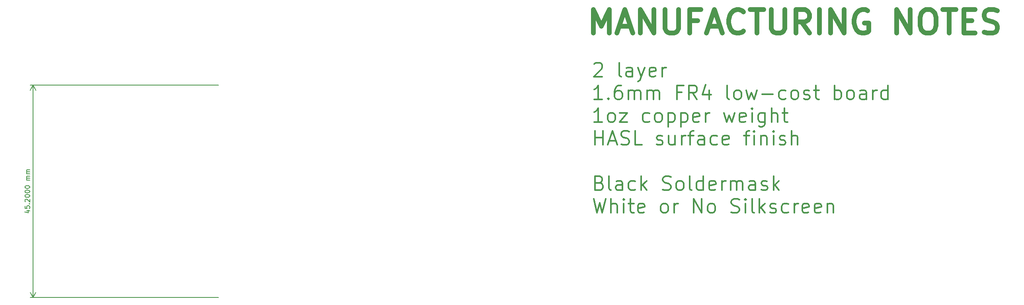
<source format=gbr>
%TF.GenerationSoftware,KiCad,Pcbnew,7.0.6*%
%TF.CreationDate,2023-08-09T16:46:27+09:30*%
%TF.ProjectId,interior-lighting,696e7465-7269-46f7-922d-6c6967687469,V1.0*%
%TF.SameCoordinates,Original*%
%TF.FileFunction,Other,Comment*%
%FSLAX46Y46*%
G04 Gerber Fmt 4.6, Leading zero omitted, Abs format (unit mm)*
G04 Created by KiCad (PCBNEW 7.0.6) date 2023-08-09 16:46:27*
%MOMM*%
%LPD*%
G01*
G04 APERTURE LIST*
%ADD10C,0.375000*%
%ADD11C,1.000000*%
%ADD12C,0.150000*%
G04 APERTURE END LIST*
D10*
X179418138Y-72919071D02*
X179560995Y-72776214D01*
X179560995Y-72776214D02*
X179846710Y-72633357D01*
X179846710Y-72633357D02*
X180560995Y-72633357D01*
X180560995Y-72633357D02*
X180846710Y-72776214D01*
X180846710Y-72776214D02*
X180989567Y-72919071D01*
X180989567Y-72919071D02*
X181132424Y-73204785D01*
X181132424Y-73204785D02*
X181132424Y-73490500D01*
X181132424Y-73490500D02*
X180989567Y-73919071D01*
X180989567Y-73919071D02*
X179275281Y-75633357D01*
X179275281Y-75633357D02*
X181132424Y-75633357D01*
X185132424Y-75633357D02*
X184846709Y-75490500D01*
X184846709Y-75490500D02*
X184703852Y-75204785D01*
X184703852Y-75204785D02*
X184703852Y-72633357D01*
X187560996Y-75633357D02*
X187560996Y-74061928D01*
X187560996Y-74061928D02*
X187418138Y-73776214D01*
X187418138Y-73776214D02*
X187132424Y-73633357D01*
X187132424Y-73633357D02*
X186560996Y-73633357D01*
X186560996Y-73633357D02*
X186275281Y-73776214D01*
X187560996Y-75490500D02*
X187275281Y-75633357D01*
X187275281Y-75633357D02*
X186560996Y-75633357D01*
X186560996Y-75633357D02*
X186275281Y-75490500D01*
X186275281Y-75490500D02*
X186132424Y-75204785D01*
X186132424Y-75204785D02*
X186132424Y-74919071D01*
X186132424Y-74919071D02*
X186275281Y-74633357D01*
X186275281Y-74633357D02*
X186560996Y-74490500D01*
X186560996Y-74490500D02*
X187275281Y-74490500D01*
X187275281Y-74490500D02*
X187560996Y-74347642D01*
X188703853Y-73633357D02*
X189418139Y-75633357D01*
X190132424Y-73633357D02*
X189418139Y-75633357D01*
X189418139Y-75633357D02*
X189132424Y-76347642D01*
X189132424Y-76347642D02*
X188989567Y-76490500D01*
X188989567Y-76490500D02*
X188703853Y-76633357D01*
X192418138Y-75490500D02*
X192132424Y-75633357D01*
X192132424Y-75633357D02*
X191560996Y-75633357D01*
X191560996Y-75633357D02*
X191275281Y-75490500D01*
X191275281Y-75490500D02*
X191132424Y-75204785D01*
X191132424Y-75204785D02*
X191132424Y-74061928D01*
X191132424Y-74061928D02*
X191275281Y-73776214D01*
X191275281Y-73776214D02*
X191560996Y-73633357D01*
X191560996Y-73633357D02*
X192132424Y-73633357D01*
X192132424Y-73633357D02*
X192418138Y-73776214D01*
X192418138Y-73776214D02*
X192560996Y-74061928D01*
X192560996Y-74061928D02*
X192560996Y-74347642D01*
X192560996Y-74347642D02*
X191132424Y-74633357D01*
X193846710Y-75633357D02*
X193846710Y-73633357D01*
X193846710Y-74204785D02*
X193989567Y-73919071D01*
X193989567Y-73919071D02*
X194132425Y-73776214D01*
X194132425Y-73776214D02*
X194418139Y-73633357D01*
X194418139Y-73633357D02*
X194703853Y-73633357D01*
X181132424Y-80463357D02*
X179418138Y-80463357D01*
X180275281Y-80463357D02*
X180275281Y-77463357D01*
X180275281Y-77463357D02*
X179989567Y-77891928D01*
X179989567Y-77891928D02*
X179703852Y-78177642D01*
X179703852Y-78177642D02*
X179418138Y-78320500D01*
X182418138Y-80177642D02*
X182560995Y-80320500D01*
X182560995Y-80320500D02*
X182418138Y-80463357D01*
X182418138Y-80463357D02*
X182275281Y-80320500D01*
X182275281Y-80320500D02*
X182418138Y-80177642D01*
X182418138Y-80177642D02*
X182418138Y-80463357D01*
X185132424Y-77463357D02*
X184560995Y-77463357D01*
X184560995Y-77463357D02*
X184275281Y-77606214D01*
X184275281Y-77606214D02*
X184132424Y-77749071D01*
X184132424Y-77749071D02*
X183846709Y-78177642D01*
X183846709Y-78177642D02*
X183703852Y-78749071D01*
X183703852Y-78749071D02*
X183703852Y-79891928D01*
X183703852Y-79891928D02*
X183846709Y-80177642D01*
X183846709Y-80177642D02*
X183989566Y-80320500D01*
X183989566Y-80320500D02*
X184275281Y-80463357D01*
X184275281Y-80463357D02*
X184846709Y-80463357D01*
X184846709Y-80463357D02*
X185132424Y-80320500D01*
X185132424Y-80320500D02*
X185275281Y-80177642D01*
X185275281Y-80177642D02*
X185418138Y-79891928D01*
X185418138Y-79891928D02*
X185418138Y-79177642D01*
X185418138Y-79177642D02*
X185275281Y-78891928D01*
X185275281Y-78891928D02*
X185132424Y-78749071D01*
X185132424Y-78749071D02*
X184846709Y-78606214D01*
X184846709Y-78606214D02*
X184275281Y-78606214D01*
X184275281Y-78606214D02*
X183989566Y-78749071D01*
X183989566Y-78749071D02*
X183846709Y-78891928D01*
X183846709Y-78891928D02*
X183703852Y-79177642D01*
X186703852Y-80463357D02*
X186703852Y-78463357D01*
X186703852Y-78749071D02*
X186846709Y-78606214D01*
X186846709Y-78606214D02*
X187132424Y-78463357D01*
X187132424Y-78463357D02*
X187560995Y-78463357D01*
X187560995Y-78463357D02*
X187846709Y-78606214D01*
X187846709Y-78606214D02*
X187989567Y-78891928D01*
X187989567Y-78891928D02*
X187989567Y-80463357D01*
X187989567Y-78891928D02*
X188132424Y-78606214D01*
X188132424Y-78606214D02*
X188418138Y-78463357D01*
X188418138Y-78463357D02*
X188846709Y-78463357D01*
X188846709Y-78463357D02*
X189132424Y-78606214D01*
X189132424Y-78606214D02*
X189275281Y-78891928D01*
X189275281Y-78891928D02*
X189275281Y-80463357D01*
X190703852Y-80463357D02*
X190703852Y-78463357D01*
X190703852Y-78749071D02*
X190846709Y-78606214D01*
X190846709Y-78606214D02*
X191132424Y-78463357D01*
X191132424Y-78463357D02*
X191560995Y-78463357D01*
X191560995Y-78463357D02*
X191846709Y-78606214D01*
X191846709Y-78606214D02*
X191989567Y-78891928D01*
X191989567Y-78891928D02*
X191989567Y-80463357D01*
X191989567Y-78891928D02*
X192132424Y-78606214D01*
X192132424Y-78606214D02*
X192418138Y-78463357D01*
X192418138Y-78463357D02*
X192846709Y-78463357D01*
X192846709Y-78463357D02*
X193132424Y-78606214D01*
X193132424Y-78606214D02*
X193275281Y-78891928D01*
X193275281Y-78891928D02*
X193275281Y-80463357D01*
X197989566Y-78891928D02*
X196989566Y-78891928D01*
X196989566Y-80463357D02*
X196989566Y-77463357D01*
X196989566Y-77463357D02*
X198418138Y-77463357D01*
X201275281Y-80463357D02*
X200275281Y-79034785D01*
X199560995Y-80463357D02*
X199560995Y-77463357D01*
X199560995Y-77463357D02*
X200703852Y-77463357D01*
X200703852Y-77463357D02*
X200989567Y-77606214D01*
X200989567Y-77606214D02*
X201132424Y-77749071D01*
X201132424Y-77749071D02*
X201275281Y-78034785D01*
X201275281Y-78034785D02*
X201275281Y-78463357D01*
X201275281Y-78463357D02*
X201132424Y-78749071D01*
X201132424Y-78749071D02*
X200989567Y-78891928D01*
X200989567Y-78891928D02*
X200703852Y-79034785D01*
X200703852Y-79034785D02*
X199560995Y-79034785D01*
X203846710Y-78463357D02*
X203846710Y-80463357D01*
X203132424Y-77320500D02*
X202418138Y-79463357D01*
X202418138Y-79463357D02*
X204275281Y-79463357D01*
X208132424Y-80463357D02*
X207846709Y-80320500D01*
X207846709Y-80320500D02*
X207703852Y-80034785D01*
X207703852Y-80034785D02*
X207703852Y-77463357D01*
X209703853Y-80463357D02*
X209418138Y-80320500D01*
X209418138Y-80320500D02*
X209275281Y-80177642D01*
X209275281Y-80177642D02*
X209132424Y-79891928D01*
X209132424Y-79891928D02*
X209132424Y-79034785D01*
X209132424Y-79034785D02*
X209275281Y-78749071D01*
X209275281Y-78749071D02*
X209418138Y-78606214D01*
X209418138Y-78606214D02*
X209703853Y-78463357D01*
X209703853Y-78463357D02*
X210132424Y-78463357D01*
X210132424Y-78463357D02*
X210418138Y-78606214D01*
X210418138Y-78606214D02*
X210560996Y-78749071D01*
X210560996Y-78749071D02*
X210703853Y-79034785D01*
X210703853Y-79034785D02*
X210703853Y-79891928D01*
X210703853Y-79891928D02*
X210560996Y-80177642D01*
X210560996Y-80177642D02*
X210418138Y-80320500D01*
X210418138Y-80320500D02*
X210132424Y-80463357D01*
X210132424Y-80463357D02*
X209703853Y-80463357D01*
X211703853Y-78463357D02*
X212275282Y-80463357D01*
X212275282Y-80463357D02*
X212846710Y-79034785D01*
X212846710Y-79034785D02*
X213418139Y-80463357D01*
X213418139Y-80463357D02*
X213989567Y-78463357D01*
X215132424Y-79320500D02*
X217418139Y-79320500D01*
X220132425Y-80320500D02*
X219846710Y-80463357D01*
X219846710Y-80463357D02*
X219275282Y-80463357D01*
X219275282Y-80463357D02*
X218989567Y-80320500D01*
X218989567Y-80320500D02*
X218846710Y-80177642D01*
X218846710Y-80177642D02*
X218703853Y-79891928D01*
X218703853Y-79891928D02*
X218703853Y-79034785D01*
X218703853Y-79034785D02*
X218846710Y-78749071D01*
X218846710Y-78749071D02*
X218989567Y-78606214D01*
X218989567Y-78606214D02*
X219275282Y-78463357D01*
X219275282Y-78463357D02*
X219846710Y-78463357D01*
X219846710Y-78463357D02*
X220132425Y-78606214D01*
X221846711Y-80463357D02*
X221560996Y-80320500D01*
X221560996Y-80320500D02*
X221418139Y-80177642D01*
X221418139Y-80177642D02*
X221275282Y-79891928D01*
X221275282Y-79891928D02*
X221275282Y-79034785D01*
X221275282Y-79034785D02*
X221418139Y-78749071D01*
X221418139Y-78749071D02*
X221560996Y-78606214D01*
X221560996Y-78606214D02*
X221846711Y-78463357D01*
X221846711Y-78463357D02*
X222275282Y-78463357D01*
X222275282Y-78463357D02*
X222560996Y-78606214D01*
X222560996Y-78606214D02*
X222703854Y-78749071D01*
X222703854Y-78749071D02*
X222846711Y-79034785D01*
X222846711Y-79034785D02*
X222846711Y-79891928D01*
X222846711Y-79891928D02*
X222703854Y-80177642D01*
X222703854Y-80177642D02*
X222560996Y-80320500D01*
X222560996Y-80320500D02*
X222275282Y-80463357D01*
X222275282Y-80463357D02*
X221846711Y-80463357D01*
X223989568Y-80320500D02*
X224275282Y-80463357D01*
X224275282Y-80463357D02*
X224846711Y-80463357D01*
X224846711Y-80463357D02*
X225132425Y-80320500D01*
X225132425Y-80320500D02*
X225275282Y-80034785D01*
X225275282Y-80034785D02*
X225275282Y-79891928D01*
X225275282Y-79891928D02*
X225132425Y-79606214D01*
X225132425Y-79606214D02*
X224846711Y-79463357D01*
X224846711Y-79463357D02*
X224418140Y-79463357D01*
X224418140Y-79463357D02*
X224132425Y-79320500D01*
X224132425Y-79320500D02*
X223989568Y-79034785D01*
X223989568Y-79034785D02*
X223989568Y-78891928D01*
X223989568Y-78891928D02*
X224132425Y-78606214D01*
X224132425Y-78606214D02*
X224418140Y-78463357D01*
X224418140Y-78463357D02*
X224846711Y-78463357D01*
X224846711Y-78463357D02*
X225132425Y-78606214D01*
X226132425Y-78463357D02*
X227275282Y-78463357D01*
X226560996Y-77463357D02*
X226560996Y-80034785D01*
X226560996Y-80034785D02*
X226703853Y-80320500D01*
X226703853Y-80320500D02*
X226989568Y-80463357D01*
X226989568Y-80463357D02*
X227275282Y-80463357D01*
X230560996Y-80463357D02*
X230560996Y-77463357D01*
X230560996Y-78606214D02*
X230846711Y-78463357D01*
X230846711Y-78463357D02*
X231418139Y-78463357D01*
X231418139Y-78463357D02*
X231703853Y-78606214D01*
X231703853Y-78606214D02*
X231846711Y-78749071D01*
X231846711Y-78749071D02*
X231989568Y-79034785D01*
X231989568Y-79034785D02*
X231989568Y-79891928D01*
X231989568Y-79891928D02*
X231846711Y-80177642D01*
X231846711Y-80177642D02*
X231703853Y-80320500D01*
X231703853Y-80320500D02*
X231418139Y-80463357D01*
X231418139Y-80463357D02*
X230846711Y-80463357D01*
X230846711Y-80463357D02*
X230560996Y-80320500D01*
X233703854Y-80463357D02*
X233418139Y-80320500D01*
X233418139Y-80320500D02*
X233275282Y-80177642D01*
X233275282Y-80177642D02*
X233132425Y-79891928D01*
X233132425Y-79891928D02*
X233132425Y-79034785D01*
X233132425Y-79034785D02*
X233275282Y-78749071D01*
X233275282Y-78749071D02*
X233418139Y-78606214D01*
X233418139Y-78606214D02*
X233703854Y-78463357D01*
X233703854Y-78463357D02*
X234132425Y-78463357D01*
X234132425Y-78463357D02*
X234418139Y-78606214D01*
X234418139Y-78606214D02*
X234560997Y-78749071D01*
X234560997Y-78749071D02*
X234703854Y-79034785D01*
X234703854Y-79034785D02*
X234703854Y-79891928D01*
X234703854Y-79891928D02*
X234560997Y-80177642D01*
X234560997Y-80177642D02*
X234418139Y-80320500D01*
X234418139Y-80320500D02*
X234132425Y-80463357D01*
X234132425Y-80463357D02*
X233703854Y-80463357D01*
X237275283Y-80463357D02*
X237275283Y-78891928D01*
X237275283Y-78891928D02*
X237132425Y-78606214D01*
X237132425Y-78606214D02*
X236846711Y-78463357D01*
X236846711Y-78463357D02*
X236275283Y-78463357D01*
X236275283Y-78463357D02*
X235989568Y-78606214D01*
X237275283Y-80320500D02*
X236989568Y-80463357D01*
X236989568Y-80463357D02*
X236275283Y-80463357D01*
X236275283Y-80463357D02*
X235989568Y-80320500D01*
X235989568Y-80320500D02*
X235846711Y-80034785D01*
X235846711Y-80034785D02*
X235846711Y-79749071D01*
X235846711Y-79749071D02*
X235989568Y-79463357D01*
X235989568Y-79463357D02*
X236275283Y-79320500D01*
X236275283Y-79320500D02*
X236989568Y-79320500D01*
X236989568Y-79320500D02*
X237275283Y-79177642D01*
X238703854Y-80463357D02*
X238703854Y-78463357D01*
X238703854Y-79034785D02*
X238846711Y-78749071D01*
X238846711Y-78749071D02*
X238989569Y-78606214D01*
X238989569Y-78606214D02*
X239275283Y-78463357D01*
X239275283Y-78463357D02*
X239560997Y-78463357D01*
X241846712Y-80463357D02*
X241846712Y-77463357D01*
X241846712Y-80320500D02*
X241560997Y-80463357D01*
X241560997Y-80463357D02*
X240989569Y-80463357D01*
X240989569Y-80463357D02*
X240703854Y-80320500D01*
X240703854Y-80320500D02*
X240560997Y-80177642D01*
X240560997Y-80177642D02*
X240418140Y-79891928D01*
X240418140Y-79891928D02*
X240418140Y-79034785D01*
X240418140Y-79034785D02*
X240560997Y-78749071D01*
X240560997Y-78749071D02*
X240703854Y-78606214D01*
X240703854Y-78606214D02*
X240989569Y-78463357D01*
X240989569Y-78463357D02*
X241560997Y-78463357D01*
X241560997Y-78463357D02*
X241846712Y-78606214D01*
X181132424Y-85293357D02*
X179418138Y-85293357D01*
X180275281Y-85293357D02*
X180275281Y-82293357D01*
X180275281Y-82293357D02*
X179989567Y-82721928D01*
X179989567Y-82721928D02*
X179703852Y-83007642D01*
X179703852Y-83007642D02*
X179418138Y-83150500D01*
X182846710Y-85293357D02*
X182560995Y-85150500D01*
X182560995Y-85150500D02*
X182418138Y-85007642D01*
X182418138Y-85007642D02*
X182275281Y-84721928D01*
X182275281Y-84721928D02*
X182275281Y-83864785D01*
X182275281Y-83864785D02*
X182418138Y-83579071D01*
X182418138Y-83579071D02*
X182560995Y-83436214D01*
X182560995Y-83436214D02*
X182846710Y-83293357D01*
X182846710Y-83293357D02*
X183275281Y-83293357D01*
X183275281Y-83293357D02*
X183560995Y-83436214D01*
X183560995Y-83436214D02*
X183703853Y-83579071D01*
X183703853Y-83579071D02*
X183846710Y-83864785D01*
X183846710Y-83864785D02*
X183846710Y-84721928D01*
X183846710Y-84721928D02*
X183703853Y-85007642D01*
X183703853Y-85007642D02*
X183560995Y-85150500D01*
X183560995Y-85150500D02*
X183275281Y-85293357D01*
X183275281Y-85293357D02*
X182846710Y-85293357D01*
X184846710Y-83293357D02*
X186418139Y-83293357D01*
X186418139Y-83293357D02*
X184846710Y-85293357D01*
X184846710Y-85293357D02*
X186418139Y-85293357D01*
X191132424Y-85150500D02*
X190846709Y-85293357D01*
X190846709Y-85293357D02*
X190275281Y-85293357D01*
X190275281Y-85293357D02*
X189989566Y-85150500D01*
X189989566Y-85150500D02*
X189846709Y-85007642D01*
X189846709Y-85007642D02*
X189703852Y-84721928D01*
X189703852Y-84721928D02*
X189703852Y-83864785D01*
X189703852Y-83864785D02*
X189846709Y-83579071D01*
X189846709Y-83579071D02*
X189989566Y-83436214D01*
X189989566Y-83436214D02*
X190275281Y-83293357D01*
X190275281Y-83293357D02*
X190846709Y-83293357D01*
X190846709Y-83293357D02*
X191132424Y-83436214D01*
X192846710Y-85293357D02*
X192560995Y-85150500D01*
X192560995Y-85150500D02*
X192418138Y-85007642D01*
X192418138Y-85007642D02*
X192275281Y-84721928D01*
X192275281Y-84721928D02*
X192275281Y-83864785D01*
X192275281Y-83864785D02*
X192418138Y-83579071D01*
X192418138Y-83579071D02*
X192560995Y-83436214D01*
X192560995Y-83436214D02*
X192846710Y-83293357D01*
X192846710Y-83293357D02*
X193275281Y-83293357D01*
X193275281Y-83293357D02*
X193560995Y-83436214D01*
X193560995Y-83436214D02*
X193703853Y-83579071D01*
X193703853Y-83579071D02*
X193846710Y-83864785D01*
X193846710Y-83864785D02*
X193846710Y-84721928D01*
X193846710Y-84721928D02*
X193703853Y-85007642D01*
X193703853Y-85007642D02*
X193560995Y-85150500D01*
X193560995Y-85150500D02*
X193275281Y-85293357D01*
X193275281Y-85293357D02*
X192846710Y-85293357D01*
X195132424Y-83293357D02*
X195132424Y-86293357D01*
X195132424Y-83436214D02*
X195418139Y-83293357D01*
X195418139Y-83293357D02*
X195989567Y-83293357D01*
X195989567Y-83293357D02*
X196275281Y-83436214D01*
X196275281Y-83436214D02*
X196418139Y-83579071D01*
X196418139Y-83579071D02*
X196560996Y-83864785D01*
X196560996Y-83864785D02*
X196560996Y-84721928D01*
X196560996Y-84721928D02*
X196418139Y-85007642D01*
X196418139Y-85007642D02*
X196275281Y-85150500D01*
X196275281Y-85150500D02*
X195989567Y-85293357D01*
X195989567Y-85293357D02*
X195418139Y-85293357D01*
X195418139Y-85293357D02*
X195132424Y-85150500D01*
X197846710Y-83293357D02*
X197846710Y-86293357D01*
X197846710Y-83436214D02*
X198132425Y-83293357D01*
X198132425Y-83293357D02*
X198703853Y-83293357D01*
X198703853Y-83293357D02*
X198989567Y-83436214D01*
X198989567Y-83436214D02*
X199132425Y-83579071D01*
X199132425Y-83579071D02*
X199275282Y-83864785D01*
X199275282Y-83864785D02*
X199275282Y-84721928D01*
X199275282Y-84721928D02*
X199132425Y-85007642D01*
X199132425Y-85007642D02*
X198989567Y-85150500D01*
X198989567Y-85150500D02*
X198703853Y-85293357D01*
X198703853Y-85293357D02*
X198132425Y-85293357D01*
X198132425Y-85293357D02*
X197846710Y-85150500D01*
X201703853Y-85150500D02*
X201418139Y-85293357D01*
X201418139Y-85293357D02*
X200846711Y-85293357D01*
X200846711Y-85293357D02*
X200560996Y-85150500D01*
X200560996Y-85150500D02*
X200418139Y-84864785D01*
X200418139Y-84864785D02*
X200418139Y-83721928D01*
X200418139Y-83721928D02*
X200560996Y-83436214D01*
X200560996Y-83436214D02*
X200846711Y-83293357D01*
X200846711Y-83293357D02*
X201418139Y-83293357D01*
X201418139Y-83293357D02*
X201703853Y-83436214D01*
X201703853Y-83436214D02*
X201846711Y-83721928D01*
X201846711Y-83721928D02*
X201846711Y-84007642D01*
X201846711Y-84007642D02*
X200418139Y-84293357D01*
X203132425Y-85293357D02*
X203132425Y-83293357D01*
X203132425Y-83864785D02*
X203275282Y-83579071D01*
X203275282Y-83579071D02*
X203418140Y-83436214D01*
X203418140Y-83436214D02*
X203703854Y-83293357D01*
X203703854Y-83293357D02*
X203989568Y-83293357D01*
X206989568Y-83293357D02*
X207560997Y-85293357D01*
X207560997Y-85293357D02*
X208132425Y-83864785D01*
X208132425Y-83864785D02*
X208703854Y-85293357D01*
X208703854Y-85293357D02*
X209275282Y-83293357D01*
X211560996Y-85150500D02*
X211275282Y-85293357D01*
X211275282Y-85293357D02*
X210703854Y-85293357D01*
X210703854Y-85293357D02*
X210418139Y-85150500D01*
X210418139Y-85150500D02*
X210275282Y-84864785D01*
X210275282Y-84864785D02*
X210275282Y-83721928D01*
X210275282Y-83721928D02*
X210418139Y-83436214D01*
X210418139Y-83436214D02*
X210703854Y-83293357D01*
X210703854Y-83293357D02*
X211275282Y-83293357D01*
X211275282Y-83293357D02*
X211560996Y-83436214D01*
X211560996Y-83436214D02*
X211703854Y-83721928D01*
X211703854Y-83721928D02*
X211703854Y-84007642D01*
X211703854Y-84007642D02*
X210275282Y-84293357D01*
X212989568Y-85293357D02*
X212989568Y-83293357D01*
X212989568Y-82293357D02*
X212846711Y-82436214D01*
X212846711Y-82436214D02*
X212989568Y-82579071D01*
X212989568Y-82579071D02*
X213132425Y-82436214D01*
X213132425Y-82436214D02*
X212989568Y-82293357D01*
X212989568Y-82293357D02*
X212989568Y-82579071D01*
X215703854Y-83293357D02*
X215703854Y-85721928D01*
X215703854Y-85721928D02*
X215560996Y-86007642D01*
X215560996Y-86007642D02*
X215418139Y-86150500D01*
X215418139Y-86150500D02*
X215132425Y-86293357D01*
X215132425Y-86293357D02*
X214703854Y-86293357D01*
X214703854Y-86293357D02*
X214418139Y-86150500D01*
X215703854Y-85150500D02*
X215418139Y-85293357D01*
X215418139Y-85293357D02*
X214846711Y-85293357D01*
X214846711Y-85293357D02*
X214560996Y-85150500D01*
X214560996Y-85150500D02*
X214418139Y-85007642D01*
X214418139Y-85007642D02*
X214275282Y-84721928D01*
X214275282Y-84721928D02*
X214275282Y-83864785D01*
X214275282Y-83864785D02*
X214418139Y-83579071D01*
X214418139Y-83579071D02*
X214560996Y-83436214D01*
X214560996Y-83436214D02*
X214846711Y-83293357D01*
X214846711Y-83293357D02*
X215418139Y-83293357D01*
X215418139Y-83293357D02*
X215703854Y-83436214D01*
X217132425Y-85293357D02*
X217132425Y-82293357D01*
X218418140Y-85293357D02*
X218418140Y-83721928D01*
X218418140Y-83721928D02*
X218275282Y-83436214D01*
X218275282Y-83436214D02*
X217989568Y-83293357D01*
X217989568Y-83293357D02*
X217560997Y-83293357D01*
X217560997Y-83293357D02*
X217275282Y-83436214D01*
X217275282Y-83436214D02*
X217132425Y-83579071D01*
X219418140Y-83293357D02*
X220560997Y-83293357D01*
X219846711Y-82293357D02*
X219846711Y-84864785D01*
X219846711Y-84864785D02*
X219989568Y-85150500D01*
X219989568Y-85150500D02*
X220275283Y-85293357D01*
X220275283Y-85293357D02*
X220560997Y-85293357D01*
X179560995Y-90123357D02*
X179560995Y-87123357D01*
X179560995Y-88551928D02*
X181275281Y-88551928D01*
X181275281Y-90123357D02*
X181275281Y-87123357D01*
X182560995Y-89266214D02*
X183989567Y-89266214D01*
X182275281Y-90123357D02*
X183275281Y-87123357D01*
X183275281Y-87123357D02*
X184275281Y-90123357D01*
X185132424Y-89980500D02*
X185560996Y-90123357D01*
X185560996Y-90123357D02*
X186275281Y-90123357D01*
X186275281Y-90123357D02*
X186560996Y-89980500D01*
X186560996Y-89980500D02*
X186703853Y-89837642D01*
X186703853Y-89837642D02*
X186846710Y-89551928D01*
X186846710Y-89551928D02*
X186846710Y-89266214D01*
X186846710Y-89266214D02*
X186703853Y-88980500D01*
X186703853Y-88980500D02*
X186560996Y-88837642D01*
X186560996Y-88837642D02*
X186275281Y-88694785D01*
X186275281Y-88694785D02*
X185703853Y-88551928D01*
X185703853Y-88551928D02*
X185418138Y-88409071D01*
X185418138Y-88409071D02*
X185275281Y-88266214D01*
X185275281Y-88266214D02*
X185132424Y-87980500D01*
X185132424Y-87980500D02*
X185132424Y-87694785D01*
X185132424Y-87694785D02*
X185275281Y-87409071D01*
X185275281Y-87409071D02*
X185418138Y-87266214D01*
X185418138Y-87266214D02*
X185703853Y-87123357D01*
X185703853Y-87123357D02*
X186418138Y-87123357D01*
X186418138Y-87123357D02*
X186846710Y-87266214D01*
X189560996Y-90123357D02*
X188132424Y-90123357D01*
X188132424Y-90123357D02*
X188132424Y-87123357D01*
X192703852Y-89980500D02*
X192989566Y-90123357D01*
X192989566Y-90123357D02*
X193560995Y-90123357D01*
X193560995Y-90123357D02*
X193846709Y-89980500D01*
X193846709Y-89980500D02*
X193989566Y-89694785D01*
X193989566Y-89694785D02*
X193989566Y-89551928D01*
X193989566Y-89551928D02*
X193846709Y-89266214D01*
X193846709Y-89266214D02*
X193560995Y-89123357D01*
X193560995Y-89123357D02*
X193132424Y-89123357D01*
X193132424Y-89123357D02*
X192846709Y-88980500D01*
X192846709Y-88980500D02*
X192703852Y-88694785D01*
X192703852Y-88694785D02*
X192703852Y-88551928D01*
X192703852Y-88551928D02*
X192846709Y-88266214D01*
X192846709Y-88266214D02*
X193132424Y-88123357D01*
X193132424Y-88123357D02*
X193560995Y-88123357D01*
X193560995Y-88123357D02*
X193846709Y-88266214D01*
X196560995Y-88123357D02*
X196560995Y-90123357D01*
X195275280Y-88123357D02*
X195275280Y-89694785D01*
X195275280Y-89694785D02*
X195418137Y-89980500D01*
X195418137Y-89980500D02*
X195703852Y-90123357D01*
X195703852Y-90123357D02*
X196132423Y-90123357D01*
X196132423Y-90123357D02*
X196418137Y-89980500D01*
X196418137Y-89980500D02*
X196560995Y-89837642D01*
X197989566Y-90123357D02*
X197989566Y-88123357D01*
X197989566Y-88694785D02*
X198132423Y-88409071D01*
X198132423Y-88409071D02*
X198275281Y-88266214D01*
X198275281Y-88266214D02*
X198560995Y-88123357D01*
X198560995Y-88123357D02*
X198846709Y-88123357D01*
X199418138Y-88123357D02*
X200560995Y-88123357D01*
X199846709Y-90123357D02*
X199846709Y-87551928D01*
X199846709Y-87551928D02*
X199989566Y-87266214D01*
X199989566Y-87266214D02*
X200275281Y-87123357D01*
X200275281Y-87123357D02*
X200560995Y-87123357D01*
X202846710Y-90123357D02*
X202846710Y-88551928D01*
X202846710Y-88551928D02*
X202703852Y-88266214D01*
X202703852Y-88266214D02*
X202418138Y-88123357D01*
X202418138Y-88123357D02*
X201846710Y-88123357D01*
X201846710Y-88123357D02*
X201560995Y-88266214D01*
X202846710Y-89980500D02*
X202560995Y-90123357D01*
X202560995Y-90123357D02*
X201846710Y-90123357D01*
X201846710Y-90123357D02*
X201560995Y-89980500D01*
X201560995Y-89980500D02*
X201418138Y-89694785D01*
X201418138Y-89694785D02*
X201418138Y-89409071D01*
X201418138Y-89409071D02*
X201560995Y-89123357D01*
X201560995Y-89123357D02*
X201846710Y-88980500D01*
X201846710Y-88980500D02*
X202560995Y-88980500D01*
X202560995Y-88980500D02*
X202846710Y-88837642D01*
X205560996Y-89980500D02*
X205275281Y-90123357D01*
X205275281Y-90123357D02*
X204703853Y-90123357D01*
X204703853Y-90123357D02*
X204418138Y-89980500D01*
X204418138Y-89980500D02*
X204275281Y-89837642D01*
X204275281Y-89837642D02*
X204132424Y-89551928D01*
X204132424Y-89551928D02*
X204132424Y-88694785D01*
X204132424Y-88694785D02*
X204275281Y-88409071D01*
X204275281Y-88409071D02*
X204418138Y-88266214D01*
X204418138Y-88266214D02*
X204703853Y-88123357D01*
X204703853Y-88123357D02*
X205275281Y-88123357D01*
X205275281Y-88123357D02*
X205560996Y-88266214D01*
X207989567Y-89980500D02*
X207703853Y-90123357D01*
X207703853Y-90123357D02*
X207132425Y-90123357D01*
X207132425Y-90123357D02*
X206846710Y-89980500D01*
X206846710Y-89980500D02*
X206703853Y-89694785D01*
X206703853Y-89694785D02*
X206703853Y-88551928D01*
X206703853Y-88551928D02*
X206846710Y-88266214D01*
X206846710Y-88266214D02*
X207132425Y-88123357D01*
X207132425Y-88123357D02*
X207703853Y-88123357D01*
X207703853Y-88123357D02*
X207989567Y-88266214D01*
X207989567Y-88266214D02*
X208132425Y-88551928D01*
X208132425Y-88551928D02*
X208132425Y-88837642D01*
X208132425Y-88837642D02*
X206703853Y-89123357D01*
X211275282Y-88123357D02*
X212418139Y-88123357D01*
X211703853Y-90123357D02*
X211703853Y-87551928D01*
X211703853Y-87551928D02*
X211846710Y-87266214D01*
X211846710Y-87266214D02*
X212132425Y-87123357D01*
X212132425Y-87123357D02*
X212418139Y-87123357D01*
X213418139Y-90123357D02*
X213418139Y-88123357D01*
X213418139Y-87123357D02*
X213275282Y-87266214D01*
X213275282Y-87266214D02*
X213418139Y-87409071D01*
X213418139Y-87409071D02*
X213560996Y-87266214D01*
X213560996Y-87266214D02*
X213418139Y-87123357D01*
X213418139Y-87123357D02*
X213418139Y-87409071D01*
X214846710Y-88123357D02*
X214846710Y-90123357D01*
X214846710Y-88409071D02*
X214989567Y-88266214D01*
X214989567Y-88266214D02*
X215275282Y-88123357D01*
X215275282Y-88123357D02*
X215703853Y-88123357D01*
X215703853Y-88123357D02*
X215989567Y-88266214D01*
X215989567Y-88266214D02*
X216132425Y-88551928D01*
X216132425Y-88551928D02*
X216132425Y-90123357D01*
X217560996Y-90123357D02*
X217560996Y-88123357D01*
X217560996Y-87123357D02*
X217418139Y-87266214D01*
X217418139Y-87266214D02*
X217560996Y-87409071D01*
X217560996Y-87409071D02*
X217703853Y-87266214D01*
X217703853Y-87266214D02*
X217560996Y-87123357D01*
X217560996Y-87123357D02*
X217560996Y-87409071D01*
X218846710Y-89980500D02*
X219132424Y-90123357D01*
X219132424Y-90123357D02*
X219703853Y-90123357D01*
X219703853Y-90123357D02*
X219989567Y-89980500D01*
X219989567Y-89980500D02*
X220132424Y-89694785D01*
X220132424Y-89694785D02*
X220132424Y-89551928D01*
X220132424Y-89551928D02*
X219989567Y-89266214D01*
X219989567Y-89266214D02*
X219703853Y-89123357D01*
X219703853Y-89123357D02*
X219275282Y-89123357D01*
X219275282Y-89123357D02*
X218989567Y-88980500D01*
X218989567Y-88980500D02*
X218846710Y-88694785D01*
X218846710Y-88694785D02*
X218846710Y-88551928D01*
X218846710Y-88551928D02*
X218989567Y-88266214D01*
X218989567Y-88266214D02*
X219275282Y-88123357D01*
X219275282Y-88123357D02*
X219703853Y-88123357D01*
X219703853Y-88123357D02*
X219989567Y-88266214D01*
X221418138Y-90123357D02*
X221418138Y-87123357D01*
X222703853Y-90123357D02*
X222703853Y-88551928D01*
X222703853Y-88551928D02*
X222560995Y-88266214D01*
X222560995Y-88266214D02*
X222275281Y-88123357D01*
X222275281Y-88123357D02*
X221846710Y-88123357D01*
X221846710Y-88123357D02*
X221560995Y-88266214D01*
X221560995Y-88266214D02*
X221418138Y-88409071D01*
X180560995Y-98211928D02*
X180989567Y-98354785D01*
X180989567Y-98354785D02*
X181132424Y-98497642D01*
X181132424Y-98497642D02*
X181275281Y-98783357D01*
X181275281Y-98783357D02*
X181275281Y-99211928D01*
X181275281Y-99211928D02*
X181132424Y-99497642D01*
X181132424Y-99497642D02*
X180989567Y-99640500D01*
X180989567Y-99640500D02*
X180703852Y-99783357D01*
X180703852Y-99783357D02*
X179560995Y-99783357D01*
X179560995Y-99783357D02*
X179560995Y-96783357D01*
X179560995Y-96783357D02*
X180560995Y-96783357D01*
X180560995Y-96783357D02*
X180846710Y-96926214D01*
X180846710Y-96926214D02*
X180989567Y-97069071D01*
X180989567Y-97069071D02*
X181132424Y-97354785D01*
X181132424Y-97354785D02*
X181132424Y-97640500D01*
X181132424Y-97640500D02*
X180989567Y-97926214D01*
X180989567Y-97926214D02*
X180846710Y-98069071D01*
X180846710Y-98069071D02*
X180560995Y-98211928D01*
X180560995Y-98211928D02*
X179560995Y-98211928D01*
X182989567Y-99783357D02*
X182703852Y-99640500D01*
X182703852Y-99640500D02*
X182560995Y-99354785D01*
X182560995Y-99354785D02*
X182560995Y-96783357D01*
X185418139Y-99783357D02*
X185418139Y-98211928D01*
X185418139Y-98211928D02*
X185275281Y-97926214D01*
X185275281Y-97926214D02*
X184989567Y-97783357D01*
X184989567Y-97783357D02*
X184418139Y-97783357D01*
X184418139Y-97783357D02*
X184132424Y-97926214D01*
X185418139Y-99640500D02*
X185132424Y-99783357D01*
X185132424Y-99783357D02*
X184418139Y-99783357D01*
X184418139Y-99783357D02*
X184132424Y-99640500D01*
X184132424Y-99640500D02*
X183989567Y-99354785D01*
X183989567Y-99354785D02*
X183989567Y-99069071D01*
X183989567Y-99069071D02*
X184132424Y-98783357D01*
X184132424Y-98783357D02*
X184418139Y-98640500D01*
X184418139Y-98640500D02*
X185132424Y-98640500D01*
X185132424Y-98640500D02*
X185418139Y-98497642D01*
X188132425Y-99640500D02*
X187846710Y-99783357D01*
X187846710Y-99783357D02*
X187275282Y-99783357D01*
X187275282Y-99783357D02*
X186989567Y-99640500D01*
X186989567Y-99640500D02*
X186846710Y-99497642D01*
X186846710Y-99497642D02*
X186703853Y-99211928D01*
X186703853Y-99211928D02*
X186703853Y-98354785D01*
X186703853Y-98354785D02*
X186846710Y-98069071D01*
X186846710Y-98069071D02*
X186989567Y-97926214D01*
X186989567Y-97926214D02*
X187275282Y-97783357D01*
X187275282Y-97783357D02*
X187846710Y-97783357D01*
X187846710Y-97783357D02*
X188132425Y-97926214D01*
X189418139Y-99783357D02*
X189418139Y-96783357D01*
X189703854Y-98640500D02*
X190560996Y-99783357D01*
X190560996Y-97783357D02*
X189418139Y-98926214D01*
X193989567Y-99640500D02*
X194418139Y-99783357D01*
X194418139Y-99783357D02*
X195132424Y-99783357D01*
X195132424Y-99783357D02*
X195418139Y-99640500D01*
X195418139Y-99640500D02*
X195560996Y-99497642D01*
X195560996Y-99497642D02*
X195703853Y-99211928D01*
X195703853Y-99211928D02*
X195703853Y-98926214D01*
X195703853Y-98926214D02*
X195560996Y-98640500D01*
X195560996Y-98640500D02*
X195418139Y-98497642D01*
X195418139Y-98497642D02*
X195132424Y-98354785D01*
X195132424Y-98354785D02*
X194560996Y-98211928D01*
X194560996Y-98211928D02*
X194275281Y-98069071D01*
X194275281Y-98069071D02*
X194132424Y-97926214D01*
X194132424Y-97926214D02*
X193989567Y-97640500D01*
X193989567Y-97640500D02*
X193989567Y-97354785D01*
X193989567Y-97354785D02*
X194132424Y-97069071D01*
X194132424Y-97069071D02*
X194275281Y-96926214D01*
X194275281Y-96926214D02*
X194560996Y-96783357D01*
X194560996Y-96783357D02*
X195275281Y-96783357D01*
X195275281Y-96783357D02*
X195703853Y-96926214D01*
X197418139Y-99783357D02*
X197132424Y-99640500D01*
X197132424Y-99640500D02*
X196989567Y-99497642D01*
X196989567Y-99497642D02*
X196846710Y-99211928D01*
X196846710Y-99211928D02*
X196846710Y-98354785D01*
X196846710Y-98354785D02*
X196989567Y-98069071D01*
X196989567Y-98069071D02*
X197132424Y-97926214D01*
X197132424Y-97926214D02*
X197418139Y-97783357D01*
X197418139Y-97783357D02*
X197846710Y-97783357D01*
X197846710Y-97783357D02*
X198132424Y-97926214D01*
X198132424Y-97926214D02*
X198275282Y-98069071D01*
X198275282Y-98069071D02*
X198418139Y-98354785D01*
X198418139Y-98354785D02*
X198418139Y-99211928D01*
X198418139Y-99211928D02*
X198275282Y-99497642D01*
X198275282Y-99497642D02*
X198132424Y-99640500D01*
X198132424Y-99640500D02*
X197846710Y-99783357D01*
X197846710Y-99783357D02*
X197418139Y-99783357D01*
X200132425Y-99783357D02*
X199846710Y-99640500D01*
X199846710Y-99640500D02*
X199703853Y-99354785D01*
X199703853Y-99354785D02*
X199703853Y-96783357D01*
X202560997Y-99783357D02*
X202560997Y-96783357D01*
X202560997Y-99640500D02*
X202275282Y-99783357D01*
X202275282Y-99783357D02*
X201703854Y-99783357D01*
X201703854Y-99783357D02*
X201418139Y-99640500D01*
X201418139Y-99640500D02*
X201275282Y-99497642D01*
X201275282Y-99497642D02*
X201132425Y-99211928D01*
X201132425Y-99211928D02*
X201132425Y-98354785D01*
X201132425Y-98354785D02*
X201275282Y-98069071D01*
X201275282Y-98069071D02*
X201418139Y-97926214D01*
X201418139Y-97926214D02*
X201703854Y-97783357D01*
X201703854Y-97783357D02*
X202275282Y-97783357D01*
X202275282Y-97783357D02*
X202560997Y-97926214D01*
X205132425Y-99640500D02*
X204846711Y-99783357D01*
X204846711Y-99783357D02*
X204275283Y-99783357D01*
X204275283Y-99783357D02*
X203989568Y-99640500D01*
X203989568Y-99640500D02*
X203846711Y-99354785D01*
X203846711Y-99354785D02*
X203846711Y-98211928D01*
X203846711Y-98211928D02*
X203989568Y-97926214D01*
X203989568Y-97926214D02*
X204275283Y-97783357D01*
X204275283Y-97783357D02*
X204846711Y-97783357D01*
X204846711Y-97783357D02*
X205132425Y-97926214D01*
X205132425Y-97926214D02*
X205275283Y-98211928D01*
X205275283Y-98211928D02*
X205275283Y-98497642D01*
X205275283Y-98497642D02*
X203846711Y-98783357D01*
X206560997Y-99783357D02*
X206560997Y-97783357D01*
X206560997Y-98354785D02*
X206703854Y-98069071D01*
X206703854Y-98069071D02*
X206846712Y-97926214D01*
X206846712Y-97926214D02*
X207132426Y-97783357D01*
X207132426Y-97783357D02*
X207418140Y-97783357D01*
X208418140Y-99783357D02*
X208418140Y-97783357D01*
X208418140Y-98069071D02*
X208560997Y-97926214D01*
X208560997Y-97926214D02*
X208846712Y-97783357D01*
X208846712Y-97783357D02*
X209275283Y-97783357D01*
X209275283Y-97783357D02*
X209560997Y-97926214D01*
X209560997Y-97926214D02*
X209703855Y-98211928D01*
X209703855Y-98211928D02*
X209703855Y-99783357D01*
X209703855Y-98211928D02*
X209846712Y-97926214D01*
X209846712Y-97926214D02*
X210132426Y-97783357D01*
X210132426Y-97783357D02*
X210560997Y-97783357D01*
X210560997Y-97783357D02*
X210846712Y-97926214D01*
X210846712Y-97926214D02*
X210989569Y-98211928D01*
X210989569Y-98211928D02*
X210989569Y-99783357D01*
X213703855Y-99783357D02*
X213703855Y-98211928D01*
X213703855Y-98211928D02*
X213560997Y-97926214D01*
X213560997Y-97926214D02*
X213275283Y-97783357D01*
X213275283Y-97783357D02*
X212703855Y-97783357D01*
X212703855Y-97783357D02*
X212418140Y-97926214D01*
X213703855Y-99640500D02*
X213418140Y-99783357D01*
X213418140Y-99783357D02*
X212703855Y-99783357D01*
X212703855Y-99783357D02*
X212418140Y-99640500D01*
X212418140Y-99640500D02*
X212275283Y-99354785D01*
X212275283Y-99354785D02*
X212275283Y-99069071D01*
X212275283Y-99069071D02*
X212418140Y-98783357D01*
X212418140Y-98783357D02*
X212703855Y-98640500D01*
X212703855Y-98640500D02*
X213418140Y-98640500D01*
X213418140Y-98640500D02*
X213703855Y-98497642D01*
X214989569Y-99640500D02*
X215275283Y-99783357D01*
X215275283Y-99783357D02*
X215846712Y-99783357D01*
X215846712Y-99783357D02*
X216132426Y-99640500D01*
X216132426Y-99640500D02*
X216275283Y-99354785D01*
X216275283Y-99354785D02*
X216275283Y-99211928D01*
X216275283Y-99211928D02*
X216132426Y-98926214D01*
X216132426Y-98926214D02*
X215846712Y-98783357D01*
X215846712Y-98783357D02*
X215418141Y-98783357D01*
X215418141Y-98783357D02*
X215132426Y-98640500D01*
X215132426Y-98640500D02*
X214989569Y-98354785D01*
X214989569Y-98354785D02*
X214989569Y-98211928D01*
X214989569Y-98211928D02*
X215132426Y-97926214D01*
X215132426Y-97926214D02*
X215418141Y-97783357D01*
X215418141Y-97783357D02*
X215846712Y-97783357D01*
X215846712Y-97783357D02*
X216132426Y-97926214D01*
X217560997Y-99783357D02*
X217560997Y-96783357D01*
X217846712Y-98640500D02*
X218703854Y-99783357D01*
X218703854Y-97783357D02*
X217560997Y-98926214D01*
X179275281Y-101613357D02*
X179989567Y-104613357D01*
X179989567Y-104613357D02*
X180560995Y-102470500D01*
X180560995Y-102470500D02*
X181132424Y-104613357D01*
X181132424Y-104613357D02*
X181846710Y-101613357D01*
X182989566Y-104613357D02*
X182989566Y-101613357D01*
X184275281Y-104613357D02*
X184275281Y-103041928D01*
X184275281Y-103041928D02*
X184132423Y-102756214D01*
X184132423Y-102756214D02*
X183846709Y-102613357D01*
X183846709Y-102613357D02*
X183418138Y-102613357D01*
X183418138Y-102613357D02*
X183132423Y-102756214D01*
X183132423Y-102756214D02*
X182989566Y-102899071D01*
X185703852Y-104613357D02*
X185703852Y-102613357D01*
X185703852Y-101613357D02*
X185560995Y-101756214D01*
X185560995Y-101756214D02*
X185703852Y-101899071D01*
X185703852Y-101899071D02*
X185846709Y-101756214D01*
X185846709Y-101756214D02*
X185703852Y-101613357D01*
X185703852Y-101613357D02*
X185703852Y-101899071D01*
X186703852Y-102613357D02*
X187846709Y-102613357D01*
X187132423Y-101613357D02*
X187132423Y-104184785D01*
X187132423Y-104184785D02*
X187275280Y-104470500D01*
X187275280Y-104470500D02*
X187560995Y-104613357D01*
X187560995Y-104613357D02*
X187846709Y-104613357D01*
X189989566Y-104470500D02*
X189703852Y-104613357D01*
X189703852Y-104613357D02*
X189132424Y-104613357D01*
X189132424Y-104613357D02*
X188846709Y-104470500D01*
X188846709Y-104470500D02*
X188703852Y-104184785D01*
X188703852Y-104184785D02*
X188703852Y-103041928D01*
X188703852Y-103041928D02*
X188846709Y-102756214D01*
X188846709Y-102756214D02*
X189132424Y-102613357D01*
X189132424Y-102613357D02*
X189703852Y-102613357D01*
X189703852Y-102613357D02*
X189989566Y-102756214D01*
X189989566Y-102756214D02*
X190132424Y-103041928D01*
X190132424Y-103041928D02*
X190132424Y-103327642D01*
X190132424Y-103327642D02*
X188703852Y-103613357D01*
X194132424Y-104613357D02*
X193846709Y-104470500D01*
X193846709Y-104470500D02*
X193703852Y-104327642D01*
X193703852Y-104327642D02*
X193560995Y-104041928D01*
X193560995Y-104041928D02*
X193560995Y-103184785D01*
X193560995Y-103184785D02*
X193703852Y-102899071D01*
X193703852Y-102899071D02*
X193846709Y-102756214D01*
X193846709Y-102756214D02*
X194132424Y-102613357D01*
X194132424Y-102613357D02*
X194560995Y-102613357D01*
X194560995Y-102613357D02*
X194846709Y-102756214D01*
X194846709Y-102756214D02*
X194989567Y-102899071D01*
X194989567Y-102899071D02*
X195132424Y-103184785D01*
X195132424Y-103184785D02*
X195132424Y-104041928D01*
X195132424Y-104041928D02*
X194989567Y-104327642D01*
X194989567Y-104327642D02*
X194846709Y-104470500D01*
X194846709Y-104470500D02*
X194560995Y-104613357D01*
X194560995Y-104613357D02*
X194132424Y-104613357D01*
X196418138Y-104613357D02*
X196418138Y-102613357D01*
X196418138Y-103184785D02*
X196560995Y-102899071D01*
X196560995Y-102899071D02*
X196703853Y-102756214D01*
X196703853Y-102756214D02*
X196989567Y-102613357D01*
X196989567Y-102613357D02*
X197275281Y-102613357D01*
X200560995Y-104613357D02*
X200560995Y-101613357D01*
X200560995Y-101613357D02*
X202275281Y-104613357D01*
X202275281Y-104613357D02*
X202275281Y-101613357D01*
X204132424Y-104613357D02*
X203846709Y-104470500D01*
X203846709Y-104470500D02*
X203703852Y-104327642D01*
X203703852Y-104327642D02*
X203560995Y-104041928D01*
X203560995Y-104041928D02*
X203560995Y-103184785D01*
X203560995Y-103184785D02*
X203703852Y-102899071D01*
X203703852Y-102899071D02*
X203846709Y-102756214D01*
X203846709Y-102756214D02*
X204132424Y-102613357D01*
X204132424Y-102613357D02*
X204560995Y-102613357D01*
X204560995Y-102613357D02*
X204846709Y-102756214D01*
X204846709Y-102756214D02*
X204989567Y-102899071D01*
X204989567Y-102899071D02*
X205132424Y-103184785D01*
X205132424Y-103184785D02*
X205132424Y-104041928D01*
X205132424Y-104041928D02*
X204989567Y-104327642D01*
X204989567Y-104327642D02*
X204846709Y-104470500D01*
X204846709Y-104470500D02*
X204560995Y-104613357D01*
X204560995Y-104613357D02*
X204132424Y-104613357D01*
X208560995Y-104470500D02*
X208989567Y-104613357D01*
X208989567Y-104613357D02*
X209703852Y-104613357D01*
X209703852Y-104613357D02*
X209989567Y-104470500D01*
X209989567Y-104470500D02*
X210132424Y-104327642D01*
X210132424Y-104327642D02*
X210275281Y-104041928D01*
X210275281Y-104041928D02*
X210275281Y-103756214D01*
X210275281Y-103756214D02*
X210132424Y-103470500D01*
X210132424Y-103470500D02*
X209989567Y-103327642D01*
X209989567Y-103327642D02*
X209703852Y-103184785D01*
X209703852Y-103184785D02*
X209132424Y-103041928D01*
X209132424Y-103041928D02*
X208846709Y-102899071D01*
X208846709Y-102899071D02*
X208703852Y-102756214D01*
X208703852Y-102756214D02*
X208560995Y-102470500D01*
X208560995Y-102470500D02*
X208560995Y-102184785D01*
X208560995Y-102184785D02*
X208703852Y-101899071D01*
X208703852Y-101899071D02*
X208846709Y-101756214D01*
X208846709Y-101756214D02*
X209132424Y-101613357D01*
X209132424Y-101613357D02*
X209846709Y-101613357D01*
X209846709Y-101613357D02*
X210275281Y-101756214D01*
X211560995Y-104613357D02*
X211560995Y-102613357D01*
X211560995Y-101613357D02*
X211418138Y-101756214D01*
X211418138Y-101756214D02*
X211560995Y-101899071D01*
X211560995Y-101899071D02*
X211703852Y-101756214D01*
X211703852Y-101756214D02*
X211560995Y-101613357D01*
X211560995Y-101613357D02*
X211560995Y-101899071D01*
X213418138Y-104613357D02*
X213132423Y-104470500D01*
X213132423Y-104470500D02*
X212989566Y-104184785D01*
X212989566Y-104184785D02*
X212989566Y-101613357D01*
X214560995Y-104613357D02*
X214560995Y-101613357D01*
X214846710Y-103470500D02*
X215703852Y-104613357D01*
X215703852Y-102613357D02*
X214560995Y-103756214D01*
X216846709Y-104470500D02*
X217132423Y-104613357D01*
X217132423Y-104613357D02*
X217703852Y-104613357D01*
X217703852Y-104613357D02*
X217989566Y-104470500D01*
X217989566Y-104470500D02*
X218132423Y-104184785D01*
X218132423Y-104184785D02*
X218132423Y-104041928D01*
X218132423Y-104041928D02*
X217989566Y-103756214D01*
X217989566Y-103756214D02*
X217703852Y-103613357D01*
X217703852Y-103613357D02*
X217275281Y-103613357D01*
X217275281Y-103613357D02*
X216989566Y-103470500D01*
X216989566Y-103470500D02*
X216846709Y-103184785D01*
X216846709Y-103184785D02*
X216846709Y-103041928D01*
X216846709Y-103041928D02*
X216989566Y-102756214D01*
X216989566Y-102756214D02*
X217275281Y-102613357D01*
X217275281Y-102613357D02*
X217703852Y-102613357D01*
X217703852Y-102613357D02*
X217989566Y-102756214D01*
X220703852Y-104470500D02*
X220418137Y-104613357D01*
X220418137Y-104613357D02*
X219846709Y-104613357D01*
X219846709Y-104613357D02*
X219560994Y-104470500D01*
X219560994Y-104470500D02*
X219418137Y-104327642D01*
X219418137Y-104327642D02*
X219275280Y-104041928D01*
X219275280Y-104041928D02*
X219275280Y-103184785D01*
X219275280Y-103184785D02*
X219418137Y-102899071D01*
X219418137Y-102899071D02*
X219560994Y-102756214D01*
X219560994Y-102756214D02*
X219846709Y-102613357D01*
X219846709Y-102613357D02*
X220418137Y-102613357D01*
X220418137Y-102613357D02*
X220703852Y-102756214D01*
X221989566Y-104613357D02*
X221989566Y-102613357D01*
X221989566Y-103184785D02*
X222132423Y-102899071D01*
X222132423Y-102899071D02*
X222275281Y-102756214D01*
X222275281Y-102756214D02*
X222560995Y-102613357D01*
X222560995Y-102613357D02*
X222846709Y-102613357D01*
X224989566Y-104470500D02*
X224703852Y-104613357D01*
X224703852Y-104613357D02*
X224132424Y-104613357D01*
X224132424Y-104613357D02*
X223846709Y-104470500D01*
X223846709Y-104470500D02*
X223703852Y-104184785D01*
X223703852Y-104184785D02*
X223703852Y-103041928D01*
X223703852Y-103041928D02*
X223846709Y-102756214D01*
X223846709Y-102756214D02*
X224132424Y-102613357D01*
X224132424Y-102613357D02*
X224703852Y-102613357D01*
X224703852Y-102613357D02*
X224989566Y-102756214D01*
X224989566Y-102756214D02*
X225132424Y-103041928D01*
X225132424Y-103041928D02*
X225132424Y-103327642D01*
X225132424Y-103327642D02*
X223703852Y-103613357D01*
X227560995Y-104470500D02*
X227275281Y-104613357D01*
X227275281Y-104613357D02*
X226703853Y-104613357D01*
X226703853Y-104613357D02*
X226418138Y-104470500D01*
X226418138Y-104470500D02*
X226275281Y-104184785D01*
X226275281Y-104184785D02*
X226275281Y-103041928D01*
X226275281Y-103041928D02*
X226418138Y-102756214D01*
X226418138Y-102756214D02*
X226703853Y-102613357D01*
X226703853Y-102613357D02*
X227275281Y-102613357D01*
X227275281Y-102613357D02*
X227560995Y-102756214D01*
X227560995Y-102756214D02*
X227703853Y-103041928D01*
X227703853Y-103041928D02*
X227703853Y-103327642D01*
X227703853Y-103327642D02*
X226275281Y-103613357D01*
X228989567Y-102613357D02*
X228989567Y-104613357D01*
X228989567Y-102899071D02*
X229132424Y-102756214D01*
X229132424Y-102756214D02*
X229418139Y-102613357D01*
X229418139Y-102613357D02*
X229846710Y-102613357D01*
X229846710Y-102613357D02*
X230132424Y-102756214D01*
X230132424Y-102756214D02*
X230275282Y-103041928D01*
X230275282Y-103041928D02*
X230275282Y-104613357D01*
D11*
X179248370Y-66336095D02*
X179248370Y-61336095D01*
X179248370Y-61336095D02*
X180915036Y-64907523D01*
X180915036Y-64907523D02*
X182581703Y-61336095D01*
X182581703Y-61336095D02*
X182581703Y-66336095D01*
X184724560Y-64907523D02*
X187105513Y-64907523D01*
X184248370Y-66336095D02*
X185915037Y-61336095D01*
X185915037Y-61336095D02*
X187581703Y-66336095D01*
X189248370Y-66336095D02*
X189248370Y-61336095D01*
X189248370Y-61336095D02*
X192105513Y-66336095D01*
X192105513Y-66336095D02*
X192105513Y-61336095D01*
X194486465Y-61336095D02*
X194486465Y-65383714D01*
X194486465Y-65383714D02*
X194724560Y-65859904D01*
X194724560Y-65859904D02*
X194962655Y-66098000D01*
X194962655Y-66098000D02*
X195438846Y-66336095D01*
X195438846Y-66336095D02*
X196391227Y-66336095D01*
X196391227Y-66336095D02*
X196867417Y-66098000D01*
X196867417Y-66098000D02*
X197105512Y-65859904D01*
X197105512Y-65859904D02*
X197343608Y-65383714D01*
X197343608Y-65383714D02*
X197343608Y-61336095D01*
X201391226Y-63717047D02*
X199724560Y-63717047D01*
X199724560Y-66336095D02*
X199724560Y-61336095D01*
X199724560Y-61336095D02*
X202105512Y-61336095D01*
X203772178Y-64907523D02*
X206153131Y-64907523D01*
X203295988Y-66336095D02*
X204962655Y-61336095D01*
X204962655Y-61336095D02*
X206629321Y-66336095D01*
X211153131Y-65859904D02*
X210915035Y-66098000D01*
X210915035Y-66098000D02*
X210200750Y-66336095D01*
X210200750Y-66336095D02*
X209724559Y-66336095D01*
X209724559Y-66336095D02*
X209010273Y-66098000D01*
X209010273Y-66098000D02*
X208534083Y-65621809D01*
X208534083Y-65621809D02*
X208295988Y-65145619D01*
X208295988Y-65145619D02*
X208057892Y-64193238D01*
X208057892Y-64193238D02*
X208057892Y-63478952D01*
X208057892Y-63478952D02*
X208295988Y-62526571D01*
X208295988Y-62526571D02*
X208534083Y-62050380D01*
X208534083Y-62050380D02*
X209010273Y-61574190D01*
X209010273Y-61574190D02*
X209724559Y-61336095D01*
X209724559Y-61336095D02*
X210200750Y-61336095D01*
X210200750Y-61336095D02*
X210915035Y-61574190D01*
X210915035Y-61574190D02*
X211153131Y-61812285D01*
X212581702Y-61336095D02*
X215438845Y-61336095D01*
X214010273Y-66336095D02*
X214010273Y-61336095D01*
X217105512Y-61336095D02*
X217105512Y-65383714D01*
X217105512Y-65383714D02*
X217343607Y-65859904D01*
X217343607Y-65859904D02*
X217581702Y-66098000D01*
X217581702Y-66098000D02*
X218057893Y-66336095D01*
X218057893Y-66336095D02*
X219010274Y-66336095D01*
X219010274Y-66336095D02*
X219486464Y-66098000D01*
X219486464Y-66098000D02*
X219724559Y-65859904D01*
X219724559Y-65859904D02*
X219962655Y-65383714D01*
X219962655Y-65383714D02*
X219962655Y-61336095D01*
X225200750Y-66336095D02*
X223534083Y-63955142D01*
X222343607Y-66336095D02*
X222343607Y-61336095D01*
X222343607Y-61336095D02*
X224248369Y-61336095D01*
X224248369Y-61336095D02*
X224724559Y-61574190D01*
X224724559Y-61574190D02*
X224962654Y-61812285D01*
X224962654Y-61812285D02*
X225200750Y-62288476D01*
X225200750Y-62288476D02*
X225200750Y-63002761D01*
X225200750Y-63002761D02*
X224962654Y-63478952D01*
X224962654Y-63478952D02*
X224724559Y-63717047D01*
X224724559Y-63717047D02*
X224248369Y-63955142D01*
X224248369Y-63955142D02*
X222343607Y-63955142D01*
X227343607Y-66336095D02*
X227343607Y-61336095D01*
X229724559Y-66336095D02*
X229724559Y-61336095D01*
X229724559Y-61336095D02*
X232581702Y-66336095D01*
X232581702Y-66336095D02*
X232581702Y-61336095D01*
X237581701Y-61574190D02*
X237105511Y-61336095D01*
X237105511Y-61336095D02*
X236391225Y-61336095D01*
X236391225Y-61336095D02*
X235676939Y-61574190D01*
X235676939Y-61574190D02*
X235200749Y-62050380D01*
X235200749Y-62050380D02*
X234962654Y-62526571D01*
X234962654Y-62526571D02*
X234724558Y-63478952D01*
X234724558Y-63478952D02*
X234724558Y-64193238D01*
X234724558Y-64193238D02*
X234962654Y-65145619D01*
X234962654Y-65145619D02*
X235200749Y-65621809D01*
X235200749Y-65621809D02*
X235676939Y-66098000D01*
X235676939Y-66098000D02*
X236391225Y-66336095D01*
X236391225Y-66336095D02*
X236867416Y-66336095D01*
X236867416Y-66336095D02*
X237581701Y-66098000D01*
X237581701Y-66098000D02*
X237819797Y-65859904D01*
X237819797Y-65859904D02*
X237819797Y-64193238D01*
X237819797Y-64193238D02*
X236867416Y-64193238D01*
X243772178Y-66336095D02*
X243772178Y-61336095D01*
X243772178Y-61336095D02*
X246629321Y-66336095D01*
X246629321Y-66336095D02*
X246629321Y-61336095D01*
X249962654Y-61336095D02*
X250915035Y-61336095D01*
X250915035Y-61336095D02*
X251391225Y-61574190D01*
X251391225Y-61574190D02*
X251867416Y-62050380D01*
X251867416Y-62050380D02*
X252105511Y-63002761D01*
X252105511Y-63002761D02*
X252105511Y-64669428D01*
X252105511Y-64669428D02*
X251867416Y-65621809D01*
X251867416Y-65621809D02*
X251391225Y-66098000D01*
X251391225Y-66098000D02*
X250915035Y-66336095D01*
X250915035Y-66336095D02*
X249962654Y-66336095D01*
X249962654Y-66336095D02*
X249486463Y-66098000D01*
X249486463Y-66098000D02*
X249010273Y-65621809D01*
X249010273Y-65621809D02*
X248772177Y-64669428D01*
X248772177Y-64669428D02*
X248772177Y-63002761D01*
X248772177Y-63002761D02*
X249010273Y-62050380D01*
X249010273Y-62050380D02*
X249486463Y-61574190D01*
X249486463Y-61574190D02*
X249962654Y-61336095D01*
X253534082Y-61336095D02*
X256391225Y-61336095D01*
X254962653Y-66336095D02*
X254962653Y-61336095D01*
X258057892Y-63717047D02*
X259724558Y-63717047D01*
X260438844Y-66336095D02*
X258057892Y-66336095D01*
X258057892Y-66336095D02*
X258057892Y-61336095D01*
X258057892Y-61336095D02*
X260438844Y-61336095D01*
X262343606Y-66098000D02*
X263057892Y-66336095D01*
X263057892Y-66336095D02*
X264248368Y-66336095D01*
X264248368Y-66336095D02*
X264724559Y-66098000D01*
X264724559Y-66098000D02*
X264962654Y-65859904D01*
X264962654Y-65859904D02*
X265200749Y-65383714D01*
X265200749Y-65383714D02*
X265200749Y-64907523D01*
X265200749Y-64907523D02*
X264962654Y-64431333D01*
X264962654Y-64431333D02*
X264724559Y-64193238D01*
X264724559Y-64193238D02*
X264248368Y-63955142D01*
X264248368Y-63955142D02*
X263295987Y-63717047D01*
X263295987Y-63717047D02*
X262819797Y-63478952D01*
X262819797Y-63478952D02*
X262581702Y-63240857D01*
X262581702Y-63240857D02*
X262343606Y-62764666D01*
X262343606Y-62764666D02*
X262343606Y-62288476D01*
X262343606Y-62288476D02*
X262581702Y-61812285D01*
X262581702Y-61812285D02*
X262819797Y-61574190D01*
X262819797Y-61574190D02*
X263295987Y-61336095D01*
X263295987Y-61336095D02*
X264486464Y-61336095D01*
X264486464Y-61336095D02*
X265200749Y-61574190D01*
D12*
X58638152Y-104142856D02*
X59304819Y-104142856D01*
X58257200Y-104380951D02*
X58971485Y-104619046D01*
X58971485Y-104619046D02*
X58971485Y-103999999D01*
X58304819Y-103142856D02*
X58304819Y-103619046D01*
X58304819Y-103619046D02*
X58781009Y-103666665D01*
X58781009Y-103666665D02*
X58733390Y-103619046D01*
X58733390Y-103619046D02*
X58685771Y-103523808D01*
X58685771Y-103523808D02*
X58685771Y-103285713D01*
X58685771Y-103285713D02*
X58733390Y-103190475D01*
X58733390Y-103190475D02*
X58781009Y-103142856D01*
X58781009Y-103142856D02*
X58876247Y-103095237D01*
X58876247Y-103095237D02*
X59114342Y-103095237D01*
X59114342Y-103095237D02*
X59209580Y-103142856D01*
X59209580Y-103142856D02*
X59257200Y-103190475D01*
X59257200Y-103190475D02*
X59304819Y-103285713D01*
X59304819Y-103285713D02*
X59304819Y-103523808D01*
X59304819Y-103523808D02*
X59257200Y-103619046D01*
X59257200Y-103619046D02*
X59209580Y-103666665D01*
X59209580Y-102666665D02*
X59257200Y-102619046D01*
X59257200Y-102619046D02*
X59304819Y-102666665D01*
X59304819Y-102666665D02*
X59257200Y-102714284D01*
X59257200Y-102714284D02*
X59209580Y-102666665D01*
X59209580Y-102666665D02*
X59304819Y-102666665D01*
X58400057Y-102238094D02*
X58352438Y-102190475D01*
X58352438Y-102190475D02*
X58304819Y-102095237D01*
X58304819Y-102095237D02*
X58304819Y-101857142D01*
X58304819Y-101857142D02*
X58352438Y-101761904D01*
X58352438Y-101761904D02*
X58400057Y-101714285D01*
X58400057Y-101714285D02*
X58495295Y-101666666D01*
X58495295Y-101666666D02*
X58590533Y-101666666D01*
X58590533Y-101666666D02*
X58733390Y-101714285D01*
X58733390Y-101714285D02*
X59304819Y-102285713D01*
X59304819Y-102285713D02*
X59304819Y-101666666D01*
X58304819Y-101047618D02*
X58304819Y-100952380D01*
X58304819Y-100952380D02*
X58352438Y-100857142D01*
X58352438Y-100857142D02*
X58400057Y-100809523D01*
X58400057Y-100809523D02*
X58495295Y-100761904D01*
X58495295Y-100761904D02*
X58685771Y-100714285D01*
X58685771Y-100714285D02*
X58923866Y-100714285D01*
X58923866Y-100714285D02*
X59114342Y-100761904D01*
X59114342Y-100761904D02*
X59209580Y-100809523D01*
X59209580Y-100809523D02*
X59257200Y-100857142D01*
X59257200Y-100857142D02*
X59304819Y-100952380D01*
X59304819Y-100952380D02*
X59304819Y-101047618D01*
X59304819Y-101047618D02*
X59257200Y-101142856D01*
X59257200Y-101142856D02*
X59209580Y-101190475D01*
X59209580Y-101190475D02*
X59114342Y-101238094D01*
X59114342Y-101238094D02*
X58923866Y-101285713D01*
X58923866Y-101285713D02*
X58685771Y-101285713D01*
X58685771Y-101285713D02*
X58495295Y-101238094D01*
X58495295Y-101238094D02*
X58400057Y-101190475D01*
X58400057Y-101190475D02*
X58352438Y-101142856D01*
X58352438Y-101142856D02*
X58304819Y-101047618D01*
X58304819Y-100095237D02*
X58304819Y-99999999D01*
X58304819Y-99999999D02*
X58352438Y-99904761D01*
X58352438Y-99904761D02*
X58400057Y-99857142D01*
X58400057Y-99857142D02*
X58495295Y-99809523D01*
X58495295Y-99809523D02*
X58685771Y-99761904D01*
X58685771Y-99761904D02*
X58923866Y-99761904D01*
X58923866Y-99761904D02*
X59114342Y-99809523D01*
X59114342Y-99809523D02*
X59209580Y-99857142D01*
X59209580Y-99857142D02*
X59257200Y-99904761D01*
X59257200Y-99904761D02*
X59304819Y-99999999D01*
X59304819Y-99999999D02*
X59304819Y-100095237D01*
X59304819Y-100095237D02*
X59257200Y-100190475D01*
X59257200Y-100190475D02*
X59209580Y-100238094D01*
X59209580Y-100238094D02*
X59114342Y-100285713D01*
X59114342Y-100285713D02*
X58923866Y-100333332D01*
X58923866Y-100333332D02*
X58685771Y-100333332D01*
X58685771Y-100333332D02*
X58495295Y-100285713D01*
X58495295Y-100285713D02*
X58400057Y-100238094D01*
X58400057Y-100238094D02*
X58352438Y-100190475D01*
X58352438Y-100190475D02*
X58304819Y-100095237D01*
X58304819Y-99142856D02*
X58304819Y-99047618D01*
X58304819Y-99047618D02*
X58352438Y-98952380D01*
X58352438Y-98952380D02*
X58400057Y-98904761D01*
X58400057Y-98904761D02*
X58495295Y-98857142D01*
X58495295Y-98857142D02*
X58685771Y-98809523D01*
X58685771Y-98809523D02*
X58923866Y-98809523D01*
X58923866Y-98809523D02*
X59114342Y-98857142D01*
X59114342Y-98857142D02*
X59209580Y-98904761D01*
X59209580Y-98904761D02*
X59257200Y-98952380D01*
X59257200Y-98952380D02*
X59304819Y-99047618D01*
X59304819Y-99047618D02*
X59304819Y-99142856D01*
X59304819Y-99142856D02*
X59257200Y-99238094D01*
X59257200Y-99238094D02*
X59209580Y-99285713D01*
X59209580Y-99285713D02*
X59114342Y-99333332D01*
X59114342Y-99333332D02*
X58923866Y-99380951D01*
X58923866Y-99380951D02*
X58685771Y-99380951D01*
X58685771Y-99380951D02*
X58495295Y-99333332D01*
X58495295Y-99333332D02*
X58400057Y-99285713D01*
X58400057Y-99285713D02*
X58352438Y-99238094D01*
X58352438Y-99238094D02*
X58304819Y-99142856D01*
X59304819Y-97619046D02*
X58638152Y-97619046D01*
X58733390Y-97619046D02*
X58685771Y-97571427D01*
X58685771Y-97571427D02*
X58638152Y-97476189D01*
X58638152Y-97476189D02*
X58638152Y-97333332D01*
X58638152Y-97333332D02*
X58685771Y-97238094D01*
X58685771Y-97238094D02*
X58781009Y-97190475D01*
X58781009Y-97190475D02*
X59304819Y-97190475D01*
X58781009Y-97190475D02*
X58685771Y-97142856D01*
X58685771Y-97142856D02*
X58638152Y-97047618D01*
X58638152Y-97047618D02*
X58638152Y-96904761D01*
X58638152Y-96904761D02*
X58685771Y-96809522D01*
X58685771Y-96809522D02*
X58781009Y-96761903D01*
X58781009Y-96761903D02*
X59304819Y-96761903D01*
X59304819Y-96285713D02*
X58638152Y-96285713D01*
X58733390Y-96285713D02*
X58685771Y-96238094D01*
X58685771Y-96238094D02*
X58638152Y-96142856D01*
X58638152Y-96142856D02*
X58638152Y-95999999D01*
X58638152Y-95999999D02*
X58685771Y-95904761D01*
X58685771Y-95904761D02*
X58781009Y-95857142D01*
X58781009Y-95857142D02*
X59304819Y-95857142D01*
X58781009Y-95857142D02*
X58685771Y-95809523D01*
X58685771Y-95809523D02*
X58638152Y-95714285D01*
X58638152Y-95714285D02*
X58638152Y-95571428D01*
X58638152Y-95571428D02*
X58685771Y-95476189D01*
X58685771Y-95476189D02*
X58781009Y-95428570D01*
X58781009Y-95428570D02*
X59304819Y-95428570D01*
X99500000Y-77400000D02*
X59413580Y-77400000D01*
X99500000Y-122600000D02*
X59413580Y-122600000D01*
X60000000Y-77400000D02*
X60000000Y-122600000D01*
X60000000Y-77400000D02*
X60000000Y-122600000D01*
X60000000Y-77400000D02*
X60586421Y-78526504D01*
X60000000Y-77400000D02*
X59413579Y-78526504D01*
X60000000Y-122600000D02*
X59413579Y-121473496D01*
X60000000Y-122600000D02*
X60586421Y-121473496D01*
M02*

</source>
